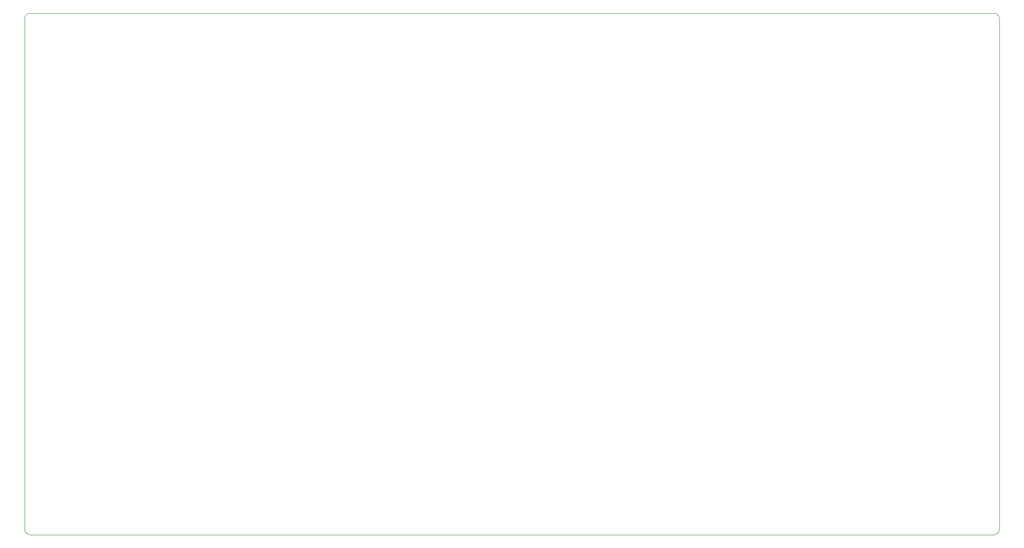
<source format=gm1>
G04 #@! TF.GenerationSoftware,KiCad,Pcbnew,6.0.4*
G04 #@! TF.CreationDate,2022-06-03T16:07:39+02:00*
G04 #@! TF.ProjectId,OpenDeck-r3.0.1,4f70656e-4465-4636-9b2d-72332e302e31,rev?*
G04 #@! TF.SameCoordinates,Original*
G04 #@! TF.FileFunction,Profile,NP*
%FSLAX46Y46*%
G04 Gerber Fmt 4.6, Leading zero omitted, Abs format (unit mm)*
G04 Created by KiCad (PCBNEW 6.0.4) date 2022-06-03 16:07:39*
%MOMM*%
%LPD*%
G01*
G04 APERTURE LIST*
G04 #@! TA.AperFunction,Profile*
%ADD10C,0.100000*%
G04 #@! TD*
G04 APERTURE END LIST*
D10*
X82000000Y-26000000D02*
G75*
G03*
X81000000Y-27000000I0J-1000000D01*
G01*
X81000000Y-122000000D02*
G75*
G03*
X82000000Y-123000000I1000000J0D01*
G01*
X261000000Y-26000000D02*
X82000000Y-26000000D01*
X82000000Y-123000000D02*
X261000000Y-123000000D01*
X262000000Y-27000000D02*
G75*
G03*
X261000000Y-26000000I-1000000J0D01*
G01*
X262000000Y-122000000D02*
X262000000Y-27000000D01*
X261000000Y-123000000D02*
G75*
G03*
X262000000Y-122000000I0J1000000D01*
G01*
X81000000Y-27000000D02*
X81000000Y-122000000D01*
M02*

</source>
